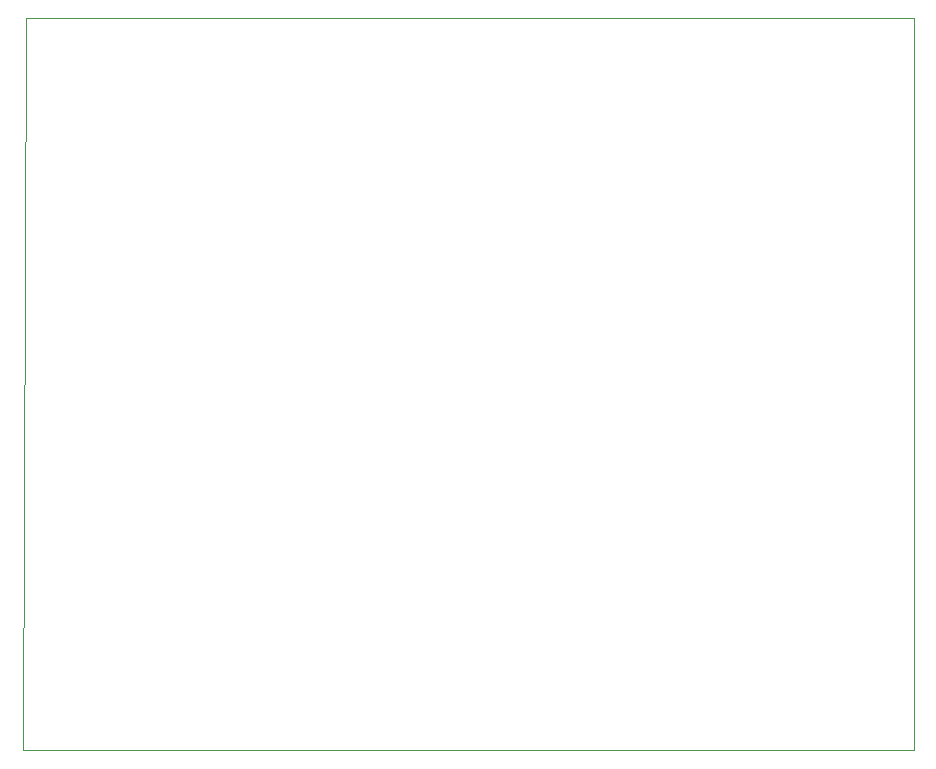
<source format=gbr>
G04 #@! TF.GenerationSoftware,KiCad,Pcbnew,(5.1.2)-2*
G04 #@! TF.CreationDate,2020-01-26T16:04:12+07:00*
G04 #@! TF.ProjectId,driver_motor,64726976-6572-45f6-9d6f-746f722e6b69,rev?*
G04 #@! TF.SameCoordinates,Original*
G04 #@! TF.FileFunction,Profile,NP*
%FSLAX46Y46*%
G04 Gerber Fmt 4.6, Leading zero omitted, Abs format (unit mm)*
G04 Created by KiCad (PCBNEW (5.1.2)-2) date 2020-01-26 16:04:12*
%MOMM*%
%LPD*%
G04 APERTURE LIST*
%ADD10C,0.050000*%
G04 APERTURE END LIST*
D10*
X34290000Y-37846000D02*
X34290000Y-38100000D01*
X109474000Y-37846000D02*
X34290000Y-37846000D01*
X109474000Y-99822000D02*
X109474000Y-37846000D01*
X34036000Y-99822000D02*
X109474000Y-99822000D01*
X34290000Y-38100000D02*
X34036000Y-99822000D01*
M02*

</source>
